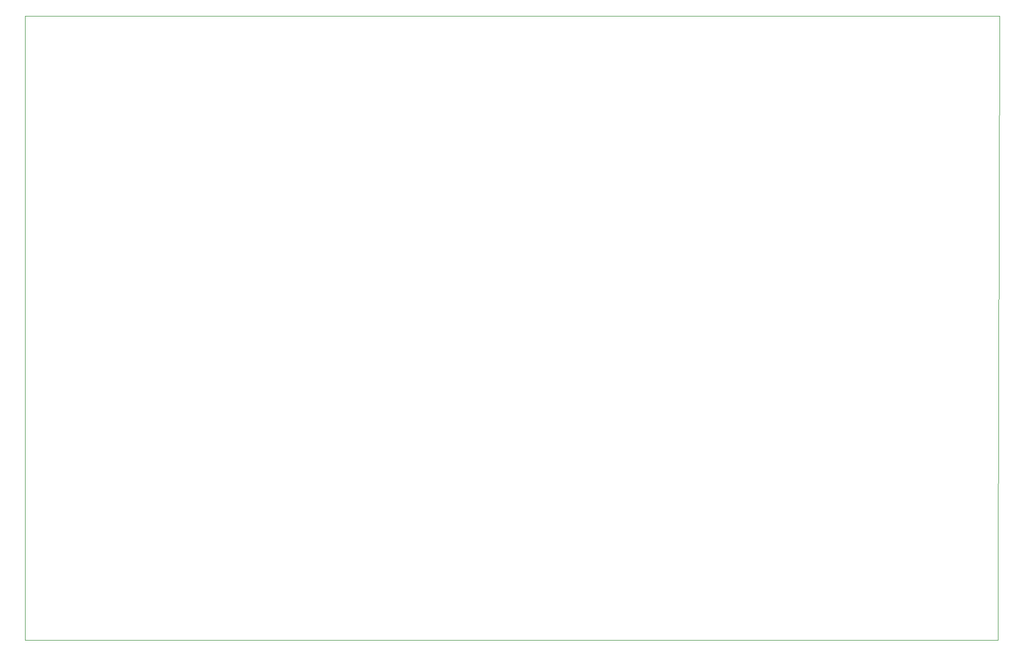
<source format=gbr>
%TF.GenerationSoftware,KiCad,Pcbnew,(5.1.10)-1*%
%TF.CreationDate,2021-08-25T13:13:58+08:00*%
%TF.ProjectId,MAX7000CPU-Gen2,4d415837-3030-4304-9350-552d47656e32,rev?*%
%TF.SameCoordinates,Original*%
%TF.FileFunction,Profile,NP*%
%FSLAX46Y46*%
G04 Gerber Fmt 4.6, Leading zero omitted, Abs format (unit mm)*
G04 Created by KiCad (PCBNEW (5.1.10)-1) date 2021-08-25 13:13:58*
%MOMM*%
%LPD*%
G01*
G04 APERTURE LIST*
%TA.AperFunction,Profile*%
%ADD10C,0.120000*%
%TD*%
G04 APERTURE END LIST*
D10*
X18796000Y-116586000D02*
X19304000Y-116586000D01*
X18796000Y-106426000D02*
X18796000Y-116586000D01*
X173482000Y-116586000D02*
X19304000Y-116586000D01*
X173482000Y-106426000D02*
X173482000Y-116586000D01*
X18796000Y-106426000D02*
X18796000Y-103378000D01*
X18796000Y-20828000D02*
X18796000Y-103378000D01*
X18796000Y-17272000D02*
X18796000Y-20828000D01*
X19304000Y-17272000D02*
X18796000Y-17272000D01*
X82296000Y-17272000D02*
X19304000Y-17272000D01*
X144018000Y-17272000D02*
X82296000Y-17272000D01*
X173736000Y-17272000D02*
X144018000Y-17272000D01*
X173736000Y-17526000D02*
X173736000Y-17272000D01*
X173736000Y-18034000D02*
X173736000Y-17526000D01*
X173736000Y-18542000D02*
X173736000Y-18034000D01*
X173482000Y-106426000D02*
X173736000Y-18542000D01*
M02*

</source>
